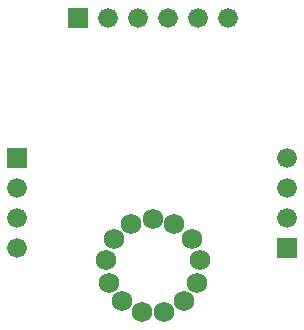
<source format=gbs>
G04 Layer: BottomSolderMaskLayer*
G04 EasyEDA v6.5.48, 2025-02-28 21:12:29*
G04 f07ec6733612464396c25f3e913e17d3,f6e0bafd38ec4930a7932960837fbf78,10*
G04 Gerber Generator version 0.2*
G04 Scale: 100 percent, Rotated: No, Reflected: No *
G04 Dimensions in millimeters *
G04 leading zeros omitted , absolute positions ,4 integer and 5 decimal *
%FSLAX45Y45*%
%MOMM*%

%AMMACRO1*4,1,8,-0.8085,-0.8382,-0.8382,-0.8084,-0.8382,0.8085,-0.8085,0.8382,0.8084,0.8382,0.8382,0.8085,0.8382,-0.8084,0.8084,-0.8382,-0.8085,-0.8382,0*%
%ADD10MACRO1*%
%ADD11C,1.6764*%
%ADD12C,1.7272*%

%LPD*%
D10*
G01*
X127000Y-1333500D03*
D11*
G01*
X127000Y-1587500D03*
G01*
X127000Y-1841500D03*
G01*
X127000Y-2095500D03*
D10*
G01*
X2412994Y-2095500D03*
D11*
G01*
X2413000Y-1841500D03*
G01*
X2413000Y-1587500D03*
G01*
X2413000Y-1333500D03*
D12*
G01*
X1541475Y-2549601D03*
G01*
X1650364Y-2392045D03*
G01*
X1673529Y-2201951D03*
G01*
X879398Y-2201265D03*
G01*
X1180337Y-2638297D03*
G01*
X902258Y-2391384D03*
G01*
X1010843Y-2549118D03*
G01*
X947572Y-2022297D03*
G01*
X1605686Y-2022881D03*
G01*
X1371828Y-2638450D03*
G01*
X1276426Y-1850009D03*
G01*
X1454226Y-1894408D03*
G01*
X1091107Y-1895525D03*
D11*
G01*
X1911400Y-150012D03*
G01*
X1657400Y-150012D03*
G01*
X1403400Y-150012D03*
G01*
X1149400Y-150012D03*
G01*
X895400Y-150012D03*
D10*
G01*
X641398Y-149999D03*
M02*

</source>
